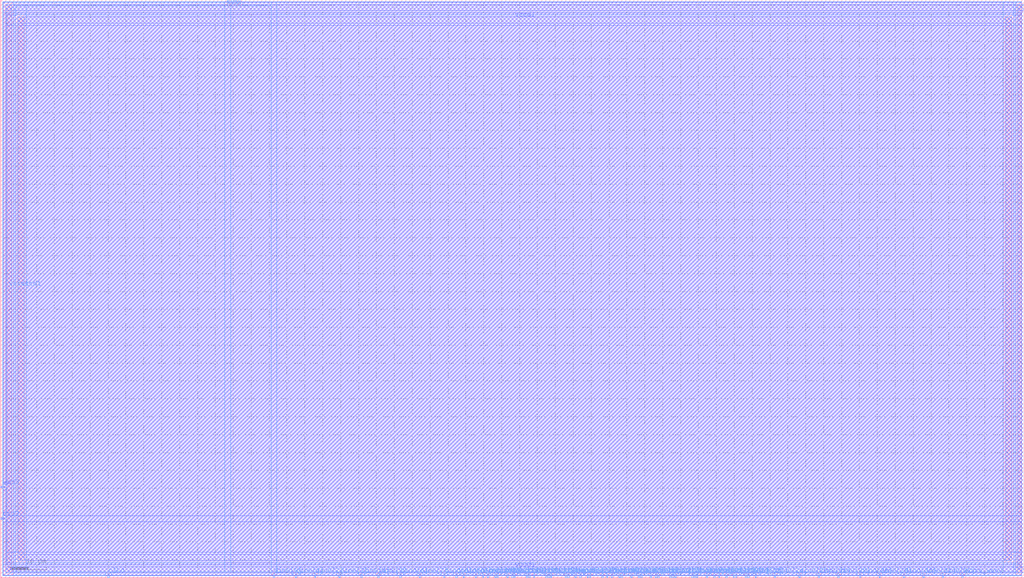
<source format=lef>
VERSION 5.4 ;
NAMESCASESENSITIVE ON ;
BUSBITCHARS "[]" ;
DIVIDERCHAR "/" ;
UNITS
  DATABASE MICRONS 2000 ;
END UNITS
MACRO sram_32_32_sky130
   CLASS BLOCK ;
   SIZE 285.98 BY 161.54 ;
   SYMMETRY X Y R90 ;
   PIN din0[0]
      DIRECTION INPUT ;
      PORT
         LAYER met4 ;
         RECT  76.16 0.0 76.54 1.06 ;
      END
   END din0[0]
   PIN din0[1]
      DIRECTION INPUT ;
      PORT
         LAYER met4 ;
         RECT  82.28 0.0 82.66 1.06 ;
      END
   END din0[1]
   PIN din0[2]
      DIRECTION INPUT ;
      PORT
         LAYER met4 ;
         RECT  87.72 0.0 88.1 1.06 ;
      END
   END din0[2]
   PIN din0[3]
      DIRECTION INPUT ;
      PORT
         LAYER met4 ;
         RECT  94.52 0.0 94.9 1.06 ;
      END
   END din0[3]
   PIN din0[4]
      DIRECTION INPUT ;
      PORT
         LAYER met4 ;
         RECT  100.64 0.0 101.02 1.06 ;
      END
   END din0[4]
   PIN din0[5]
      DIRECTION INPUT ;
      PORT
         LAYER met4 ;
         RECT  105.4 0.0 105.78 1.06 ;
      END
   END din0[5]
   PIN din0[6]
      DIRECTION INPUT ;
      PORT
         LAYER met4 ;
         RECT  111.52 0.0 111.9 1.06 ;
      END
   END din0[6]
   PIN din0[7]
      DIRECTION INPUT ;
      PORT
         LAYER met4 ;
         RECT  116.96 0.0 117.34 1.06 ;
      END
   END din0[7]
   PIN din0[8]
      DIRECTION INPUT ;
      PORT
         LAYER met4 ;
         RECT  123.76 0.0 124.14 1.06 ;
      END
   END din0[8]
   PIN din0[9]
      DIRECTION INPUT ;
      PORT
         LAYER met4 ;
         RECT  129.2 0.0 129.58 1.06 ;
      END
   END din0[9]
   PIN din0[10]
      DIRECTION INPUT ;
      PORT
         LAYER met4 ;
         RECT  134.64 0.0 135.02 1.06 ;
      END
   END din0[10]
   PIN din0[11]
      DIRECTION INPUT ;
      PORT
         LAYER met4 ;
         RECT  141.44 0.0 141.82 1.06 ;
      END
   END din0[11]
   PIN din0[12]
      DIRECTION INPUT ;
      PORT
         LAYER met4 ;
         RECT  146.88 0.0 147.26 1.06 ;
      END
   END din0[12]
   PIN din0[13]
      DIRECTION INPUT ;
      PORT
         LAYER met4 ;
         RECT  152.32 0.0 152.7 1.06 ;
      END
   END din0[13]
   PIN din0[14]
      DIRECTION INPUT ;
      PORT
         LAYER met4 ;
         RECT  157.76 0.0 158.14 1.06 ;
      END
   END din0[14]
   PIN din0[15]
      DIRECTION INPUT ;
      PORT
         LAYER met4 ;
         RECT  163.88 0.0 164.26 1.06 ;
      END
   END din0[15]
   PIN din0[16]
      DIRECTION INPUT ;
      PORT
         LAYER met4 ;
         RECT  169.32 0.0 169.7 1.06 ;
      END
   END din0[16]
   PIN din0[17]
      DIRECTION INPUT ;
      PORT
         LAYER met4 ;
         RECT  176.12 0.0 176.5 1.06 ;
      END
   END din0[17]
   PIN din0[18]
      DIRECTION INPUT ;
      PORT
         LAYER met4 ;
         RECT  181.56 0.0 181.94 1.06 ;
      END
   END din0[18]
   PIN din0[19]
      DIRECTION INPUT ;
      PORT
         LAYER met4 ;
         RECT  187.0 0.0 187.38 1.06 ;
      END
   END din0[19]
   PIN din0[20]
      DIRECTION INPUT ;
      PORT
         LAYER met4 ;
         RECT  193.12 0.0 193.5 1.06 ;
      END
   END din0[20]
   PIN din0[21]
      DIRECTION INPUT ;
      PORT
         LAYER met4 ;
         RECT  199.24 0.0 199.62 1.06 ;
      END
   END din0[21]
   PIN din0[22]
      DIRECTION INPUT ;
      PORT
         LAYER met4 ;
         RECT  205.36 0.0 205.74 1.06 ;
      END
   END din0[22]
   PIN din0[23]
      DIRECTION INPUT ;
      PORT
         LAYER met4 ;
         RECT  210.8 0.0 211.18 1.06 ;
      END
   END din0[23]
   PIN din0[24]
      DIRECTION INPUT ;
      PORT
         LAYER met4 ;
         RECT  216.24 0.0 216.62 1.06 ;
      END
   END din0[24]
   PIN din0[25]
      DIRECTION INPUT ;
      PORT
         LAYER met4 ;
         RECT  223.04 0.0 223.42 1.06 ;
      END
   END din0[25]
   PIN din0[26]
      DIRECTION INPUT ;
      PORT
         LAYER met4 ;
         RECT  228.48 0.0 228.86 1.06 ;
      END
   END din0[26]
   PIN din0[27]
      DIRECTION INPUT ;
      PORT
         LAYER met4 ;
         RECT  233.92 0.0 234.3 1.06 ;
      END
   END din0[27]
   PIN din0[28]
      DIRECTION INPUT ;
      PORT
         LAYER met4 ;
         RECT  240.04 0.0 240.42 1.06 ;
      END
   END din0[28]
   PIN din0[29]
      DIRECTION INPUT ;
      PORT
         LAYER met4 ;
         RECT  245.48 0.0 245.86 1.06 ;
      END
   END din0[29]
   PIN din0[30]
      DIRECTION INPUT ;
      PORT
         LAYER met4 ;
         RECT  252.28 0.0 252.66 1.06 ;
      END
   END din0[30]
   PIN din0[31]
      DIRECTION INPUT ;
      PORT
         LAYER met4 ;
         RECT  257.72 0.0 258.1 1.06 ;
      END
   END din0[31]
   PIN din0[32]
      DIRECTION INPUT ;
      PORT
         LAYER met4 ;
         RECT  263.16 0.0 263.54 1.06 ;
      END
   END din0[32]
   PIN addr0[0]
      DIRECTION INPUT ;
      PORT
         LAYER met4 ;
         RECT  63.24 160.48 63.62 161.54 ;
      END
   END addr0[0]
   PIN addr0[1]
      DIRECTION INPUT ;
      PORT
         LAYER met4 ;
         RECT  66.64 160.48 67.02 161.54 ;
      END
   END addr0[1]
   PIN addr0[2]
      DIRECTION INPUT ;
      PORT
         LAYER met4 ;
         RECT  65.96 160.48 66.34 161.54 ;
      END
   END addr0[2]
   PIN addr0[3]
      DIRECTION INPUT ;
      PORT
         LAYER met4 ;
         RECT  63.92 160.48 64.3 161.54 ;
      END
   END addr0[3]
   PIN addr0[4]
      DIRECTION INPUT ;
      PORT
         LAYER met4 ;
         RECT  64.6 160.48 64.98 161.54 ;
      END
   END addr0[4]
   PIN addr0[5]
      DIRECTION INPUT ;
      PORT
         LAYER met4 ;
         RECT  65.28 160.48 65.66 161.54 ;
      END
   END addr0[5]
   PIN csb0
      DIRECTION INPUT ;
      PORT
         LAYER met3 ;
         RECT  0.0 16.32 1.06 16.7 ;
      END
   END csb0
   PIN web0
      DIRECTION INPUT ;
      PORT
         LAYER met3 ;
         RECT  0.0 25.16 1.06 25.54 ;
      END
   END web0
   PIN clk0
      DIRECTION INPUT ;
      PORT
         LAYER met4 ;
         RECT  29.92 0.0 30.3 1.06 ;
      END
   END clk0
   PIN spare_wen0
      DIRECTION INPUT ;
      PORT
         LAYER met4 ;
         RECT  268.6 0.0 268.98 1.06 ;
      END
   END spare_wen0
   PIN dout0[0]
      DIRECTION OUTPUT ;
      PORT
         LAYER met4 ;
         RECT  127.16 0.0 127.54 1.06 ;
      END
   END dout0[0]
   PIN dout0[1]
      DIRECTION OUTPUT ;
      PORT
         LAYER met4 ;
         RECT  132.6 0.0 132.98 1.06 ;
      END
   END dout0[1]
   PIN dout0[2]
      DIRECTION OUTPUT ;
      PORT
         LAYER met4 ;
         RECT  136.0 0.0 136.38 1.06 ;
      END
   END dout0[2]
   PIN dout0[3]
      DIRECTION OUTPUT ;
      PORT
         LAYER met4 ;
         RECT  138.04 0.0 138.42 1.06 ;
      END
   END dout0[3]
   PIN dout0[4]
      DIRECTION OUTPUT ;
      PORT
         LAYER met4 ;
         RECT  138.72 0.0 139.1 1.06 ;
      END
   END dout0[4]
   PIN dout0[5]
      DIRECTION OUTPUT ;
      PORT
         LAYER met4 ;
         RECT  142.8 0.0 143.18 1.06 ;
      END
   END dout0[5]
   PIN dout0[6]
      DIRECTION OUTPUT ;
      PORT
         LAYER met4 ;
         RECT  143.48 0.0 143.86 1.06 ;
      END
   END dout0[6]
   PIN dout0[7]
      DIRECTION OUTPUT ;
      PORT
         LAYER met4 ;
         RECT  147.56 0.0 147.94 1.06 ;
      END
   END dout0[7]
   PIN dout0[8]
      DIRECTION OUTPUT ;
      PORT
         LAYER met4 ;
         RECT  148.92 0.0 149.3 1.06 ;
      END
   END dout0[8]
   PIN dout0[9]
      DIRECTION OUTPUT ;
      PORT
         LAYER met4 ;
         RECT  153.0 0.0 153.38 1.06 ;
      END
   END dout0[9]
   PIN dout0[10]
      DIRECTION OUTPUT ;
      PORT
         LAYER met4 ;
         RECT  153.68 0.0 154.06 1.06 ;
      END
   END dout0[10]
   PIN dout0[11]
      DIRECTION OUTPUT ;
      PORT
         LAYER met4 ;
         RECT  158.44 0.0 158.82 1.06 ;
      END
   END dout0[11]
   PIN dout0[12]
      DIRECTION OUTPUT ;
      PORT
         LAYER met4 ;
         RECT  160.48 0.0 160.86 1.06 ;
      END
   END dout0[12]
   PIN dout0[13]
      DIRECTION OUTPUT ;
      PORT
         LAYER met4 ;
         RECT  161.84 0.0 162.22 1.06 ;
      END
   END dout0[13]
   PIN dout0[14]
      DIRECTION OUTPUT ;
      PORT
         LAYER met4 ;
         RECT  164.56 0.0 164.94 1.06 ;
      END
   END dout0[14]
   PIN dout0[15]
      DIRECTION OUTPUT ;
      PORT
         LAYER met4 ;
         RECT  167.96 0.0 168.34 1.06 ;
      END
   END dout0[15]
   PIN dout0[16]
      DIRECTION OUTPUT ;
      PORT
         LAYER met4 ;
         RECT  170.68 0.0 171.06 1.06 ;
      END
   END dout0[16]
   PIN dout0[17]
      DIRECTION OUTPUT ;
      PORT
         LAYER met4 ;
         RECT  172.72 0.0 173.1 1.06 ;
      END
   END dout0[17]
   PIN dout0[18]
      DIRECTION OUTPUT ;
      PORT
         LAYER met4 ;
         RECT  173.4 0.0 173.78 1.06 ;
      END
   END dout0[18]
   PIN dout0[19]
      DIRECTION OUTPUT ;
      PORT
         LAYER met4 ;
         RECT  178.16 0.0 178.54 1.06 ;
      END
   END dout0[19]
   PIN dout0[20]
      DIRECTION OUTPUT ;
      PORT
         LAYER met4 ;
         RECT  178.84 0.0 179.22 1.06 ;
      END
   END dout0[20]
   PIN dout0[21]
      DIRECTION OUTPUT ;
      PORT
         LAYER met4 ;
         RECT  182.92 0.0 183.3 1.06 ;
      END
   END dout0[21]
   PIN dout0[22]
      DIRECTION OUTPUT ;
      PORT
         LAYER met4 ;
         RECT  183.6 0.0 183.98 1.06 ;
      END
   END dout0[22]
   PIN dout0[23]
      DIRECTION OUTPUT ;
      PORT
         LAYER met4 ;
         RECT  187.68 0.0 188.06 1.06 ;
      END
   END dout0[23]
   PIN dout0[24]
      DIRECTION OUTPUT ;
      PORT
         LAYER met4 ;
         RECT  188.36 0.0 188.74 1.06 ;
      END
   END dout0[24]
   PIN dout0[25]
      DIRECTION OUTPUT ;
      PORT
         LAYER met4 ;
         RECT  193.8 0.0 194.18 1.06 ;
      END
   END dout0[25]
   PIN dout0[26]
      DIRECTION OUTPUT ;
      PORT
         LAYER met4 ;
         RECT  194.48 0.0 194.86 1.06 ;
      END
   END dout0[26]
   PIN dout0[27]
      DIRECTION OUTPUT ;
      PORT
         LAYER met4 ;
         RECT  197.2 0.0 197.58 1.06 ;
      END
   END dout0[27]
   PIN dout0[28]
      DIRECTION OUTPUT ;
      PORT
         LAYER met4 ;
         RECT  200.6 0.0 200.98 1.06 ;
      END
   END dout0[28]
   PIN dout0[29]
      DIRECTION OUTPUT ;
      PORT
         LAYER met4 ;
         RECT  202.64 0.0 203.02 1.06 ;
      END
   END dout0[29]
   PIN dout0[30]
      DIRECTION OUTPUT ;
      PORT
         LAYER met4 ;
         RECT  204.68 0.0 205.06 1.06 ;
      END
   END dout0[30]
   PIN dout0[31]
      DIRECTION OUTPUT ;
      PORT
         LAYER met4 ;
         RECT  208.08 0.0 208.46 1.06 ;
      END
   END dout0[31]
   PIN dout0[32]
      DIRECTION OUTPUT ;
      PORT
         LAYER met4 ;
         RECT  208.76 0.0 209.14 1.06 ;
      END
   END dout0[32]
   PIN vccd1
      DIRECTION INOUT ;
      USE POWER ; 
      SHAPE ABUTMENT ; 
      PORT
         LAYER met4 ;
         RECT  280.84 4.76 282.58 156.78 ;
         LAYER met4 ;
         RECT  4.76 4.76 6.5 156.78 ;
         LAYER met3 ;
         RECT  4.76 4.76 282.58 6.5 ;
         LAYER met3 ;
         RECT  4.76 155.04 282.58 156.78 ;
      END
   END vccd1
   PIN vssd1
      DIRECTION INOUT ;
      USE GROUND ; 
      SHAPE ABUTMENT ; 
      PORT
         LAYER met4 ;
         RECT  284.24 1.36 285.98 160.18 ;
         LAYER met4 ;
         RECT  1.36 1.36 3.1 160.18 ;
         LAYER met3 ;
         RECT  1.36 158.44 285.98 160.18 ;
         LAYER met3 ;
         RECT  1.36 1.36 285.98 3.1 ;
      END
   END vssd1
   OBS
   LAYER  met1 ;
      RECT  0.62 0.62 285.36 160.92 ;
   LAYER  met2 ;
      RECT  0.62 0.62 285.36 160.92 ;
   LAYER  met3 ;
      RECT  1.66 15.72 285.36 17.3 ;
      RECT  0.62 17.3 1.66 24.56 ;
      RECT  1.66 4.16 4.16 7.1 ;
      RECT  1.66 7.1 4.16 15.72 ;
      RECT  4.16 7.1 283.18 15.72 ;
      RECT  283.18 4.16 285.36 7.1 ;
      RECT  283.18 7.1 285.36 15.72 ;
      RECT  1.66 17.3 4.16 154.44 ;
      RECT  1.66 154.44 4.16 157.38 ;
      RECT  4.16 17.3 283.18 154.44 ;
      RECT  283.18 17.3 285.36 154.44 ;
      RECT  283.18 154.44 285.36 157.38 ;
      RECT  0.62 26.14 0.76 157.84 ;
      RECT  0.62 157.84 0.76 160.78 ;
      RECT  0.62 160.78 0.76 160.92 ;
      RECT  0.76 26.14 1.66 157.84 ;
      RECT  0.76 160.78 1.66 160.92 ;
      RECT  1.66 157.38 4.16 157.84 ;
      RECT  1.66 160.78 4.16 160.92 ;
      RECT  4.16 157.38 283.18 157.84 ;
      RECT  4.16 160.78 283.18 160.92 ;
      RECT  283.18 157.38 285.36 157.84 ;
      RECT  283.18 160.78 285.36 160.92 ;
      RECT  0.62 0.62 0.76 0.76 ;
      RECT  0.62 0.76 0.76 3.7 ;
      RECT  0.62 3.7 0.76 15.72 ;
      RECT  0.76 0.62 1.66 0.76 ;
      RECT  0.76 3.7 1.66 15.72 ;
      RECT  1.66 0.62 4.16 0.76 ;
      RECT  1.66 3.7 4.16 4.16 ;
      RECT  4.16 0.62 283.18 0.76 ;
      RECT  4.16 3.7 283.18 4.16 ;
      RECT  283.18 0.62 285.36 0.76 ;
      RECT  283.18 3.7 285.36 4.16 ;
   LAYER  met4 ;
      RECT  75.56 1.66 77.14 160.92 ;
      RECT  77.14 0.62 81.68 1.66 ;
      RECT  83.26 0.62 87.12 1.66 ;
      RECT  88.7 0.62 93.92 1.66 ;
      RECT  95.5 0.62 100.04 1.66 ;
      RECT  101.62 0.62 104.8 1.66 ;
      RECT  106.38 0.62 110.92 1.66 ;
      RECT  112.5 0.62 116.36 1.66 ;
      RECT  117.94 0.62 123.16 1.66 ;
      RECT  211.78 0.62 215.64 1.66 ;
      RECT  217.22 0.62 222.44 1.66 ;
      RECT  224.02 0.62 227.88 1.66 ;
      RECT  229.46 0.62 233.32 1.66 ;
      RECT  234.9 0.62 239.44 1.66 ;
      RECT  241.02 0.62 244.88 1.66 ;
      RECT  246.46 0.62 251.68 1.66 ;
      RECT  253.26 0.62 257.12 1.66 ;
      RECT  258.7 0.62 262.56 1.66 ;
      RECT  62.64 1.66 64.22 159.88 ;
      RECT  64.22 1.66 75.56 159.88 ;
      RECT  67.62 159.88 75.56 160.92 ;
      RECT  30.9 0.62 75.56 1.66 ;
      RECT  264.14 0.62 268.0 1.66 ;
      RECT  124.74 0.62 126.56 1.66 ;
      RECT  128.14 0.62 128.6 1.66 ;
      RECT  130.18 0.62 132.0 1.66 ;
      RECT  133.58 0.62 134.04 1.66 ;
      RECT  136.98 0.62 137.44 1.66 ;
      RECT  139.7 0.62 140.84 1.66 ;
      RECT  144.46 0.62 146.28 1.66 ;
      RECT  149.9 0.62 151.72 1.66 ;
      RECT  154.66 0.62 157.16 1.66 ;
      RECT  159.42 0.62 159.88 1.66 ;
      RECT  162.82 0.62 163.28 1.66 ;
      RECT  165.54 0.62 167.36 1.66 ;
      RECT  171.66 0.62 172.12 1.66 ;
      RECT  174.38 0.62 175.52 1.66 ;
      RECT  177.1 0.62 177.56 1.66 ;
      RECT  179.82 0.62 180.96 1.66 ;
      RECT  184.58 0.62 186.4 1.66 ;
      RECT  189.34 0.62 192.52 1.66 ;
      RECT  195.46 0.62 196.6 1.66 ;
      RECT  198.18 0.62 198.64 1.66 ;
      RECT  201.58 0.62 202.04 1.66 ;
      RECT  203.62 0.62 204.08 1.66 ;
      RECT  206.34 0.62 207.48 1.66 ;
      RECT  209.74 0.62 210.2 1.66 ;
      RECT  77.14 1.66 280.24 4.16 ;
      RECT  77.14 4.16 280.24 157.38 ;
      RECT  77.14 157.38 280.24 160.92 ;
      RECT  280.24 1.66 283.18 4.16 ;
      RECT  280.24 157.38 283.18 160.92 ;
      RECT  4.16 1.66 7.1 4.16 ;
      RECT  4.16 157.38 7.1 159.88 ;
      RECT  7.1 1.66 62.64 4.16 ;
      RECT  7.1 4.16 62.64 157.38 ;
      RECT  7.1 157.38 62.64 159.88 ;
      RECT  269.58 0.62 283.64 0.76 ;
      RECT  269.58 0.76 283.64 1.66 ;
      RECT  283.64 0.62 285.36 0.76 ;
      RECT  283.18 1.66 283.64 4.16 ;
      RECT  283.18 4.16 283.64 157.38 ;
      RECT  283.18 157.38 283.64 160.78 ;
      RECT  283.18 160.78 283.64 160.92 ;
      RECT  283.64 160.78 285.36 160.92 ;
      RECT  0.62 159.88 0.76 160.78 ;
      RECT  0.62 160.78 0.76 160.92 ;
      RECT  0.76 160.78 3.7 160.92 ;
      RECT  3.7 159.88 62.64 160.78 ;
      RECT  3.7 160.78 62.64 160.92 ;
      RECT  0.62 0.62 0.76 0.76 ;
      RECT  0.62 0.76 0.76 1.66 ;
      RECT  0.76 0.62 3.7 0.76 ;
      RECT  3.7 0.62 29.32 0.76 ;
      RECT  3.7 0.76 29.32 1.66 ;
      RECT  0.62 1.66 0.76 4.16 ;
      RECT  3.7 1.66 4.16 4.16 ;
      RECT  0.62 4.16 0.76 157.38 ;
      RECT  3.7 4.16 4.16 157.38 ;
      RECT  0.62 157.38 0.76 159.88 ;
      RECT  3.7 157.38 4.16 159.88 ;
   END
END    sram_32_32_sky130
END    LIBRARY

</source>
